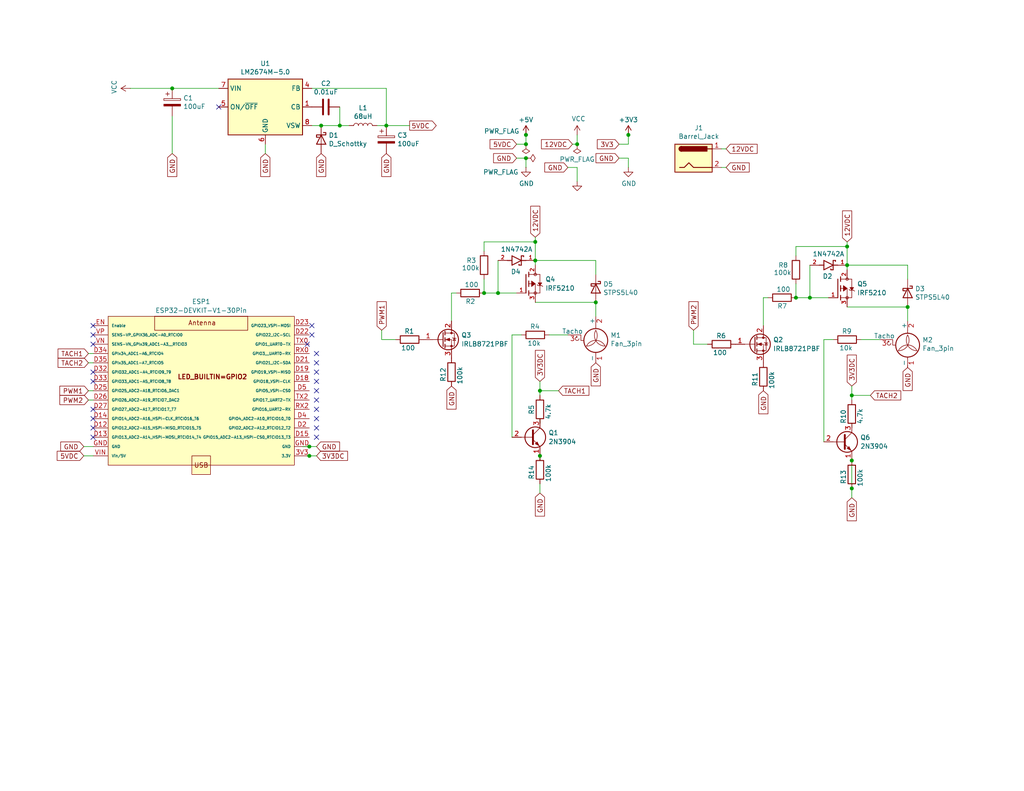
<source format=kicad_sch>
(kicad_sch (version 20250114) (generator "eeschema") (generator_version "9.0")
  (paper "USLetter")
  (lib_symbols
    (symbol "1N4742A:1N4742A" (pin_names (offset 1.016))
      (property "Reference" "D" (at -5.08 2.54 0))
      (property "Value" "1N4742A" (at -5.08 -3.81 0))
      (symbol "1N4742A_0_0"
        (polyline (pts (xy -2.54 0) (xy -1.27 0)) (stroke (width 0.254)))
        (polyline (pts (xy -1.27 1.27) (xy -1.27 0)) (stroke (width 0.254)))
        (polyline (pts (xy -1.27 0) (xy -1.27 -1.27)) (stroke (width 0.254)))
        (polyline (pts (xy -1.27 -1.27) (xy 1.27 0)) (stroke (width 0.254)))
        (polyline (pts (xy 0.635 -1.016) (xy 0.635 -1.27)) (stroke (width 0.254)))
        (polyline (pts (xy 1.27 1.27) (xy 1.27 0)) (stroke (width 0.254)))
        (polyline (pts (xy 1.27 0) (xy -1.27 1.27)) (stroke (width 0.254)))
        (polyline (pts (xy 1.27 0) (xy 1.27 -1.27)) (stroke (width 0.254)))
        (polyline (pts (xy 1.27 -1.27) (xy 0.635 -1.27)) (stroke (width 0.254)))
        (polyline (pts (xy 1.905 1.27) (xy 1.27 1.27)) (stroke (width 0.254)))
        (polyline (pts (xy 1.905 1.27) (xy 1.905 1.016)) (stroke (width 0.254)))
        (polyline (pts (xy 2.54 0) (xy 1.27 0)) (stroke (width 0.254)))
        (pin passive line (at -5.08 0 0) (length 2.54) (name "~") (number "2"))
        (pin passive line (at 5.08 0 180) (length 2.54) (name "~") (number "1"))
      )
    )
    (symbol "Connector:Barrel_Jack" (pin_names (offset 1.016))
      (property "Reference" "J" (at 0 5.334 0))
      (property "Value" "Barrel_Jack" (at 0 -5.08 0))
      (symbol "Barrel_Jack_0_1"
        (rectangle (start -5.08 3.81) (end 5.08 -3.81) (stroke (width 0.254)) (fill (type background)))
        (polyline (pts (xy -3.81 -2.54) (xy -2.54 -2.54) (xy -1.27 -1.27) (xy 0 -2.54) (xy 2.54 -2.54) (xy 5.08 -2.54)) (stroke (width 0.254)))
        (arc (start -3.302 1.905) (mid -3.9343 2.54) (end -3.302 3.175) (stroke (width 0.254)))
        (arc (start -3.302 1.905) (mid -3.9343 2.54) (end -3.302 3.175) (stroke (width 0.254)) (fill (type outline)))
        (rectangle (start 3.683 3.175) (end -3.302 1.905) (stroke (width 0.254)) (fill (type outline)))
        (polyline (pts (xy 5.08 2.54) (xy 3.81 2.54)) (stroke (width 0.254)))
      )
      (symbol "Barrel_Jack_1_1"
        (pin passive line (at 7.62 2.54 180) (length 2.54) (name "~") (number "1"))
        (pin passive line (at 7.62 -2.54 180) (length 2.54) (name "~") (number "2"))
      )
    )
    (symbol "Device:C" (pin_numbers (hide yes)) (pin_names (offset 0.254))
      (property "Reference" "C" (at 0.635 2.54 0))
      (property "Value" "C" (at 0.635 -2.54 0))
      (symbol "C_0_1"
        (polyline (pts (xy -2.032 0.762) (xy 2.032 0.762)) (stroke (width 0.508)))
        (polyline (pts (xy -2.032 -0.762) (xy 2.032 -0.762)) (stroke (width 0.508)))
      )
      (symbol "C_1_1"
        (pin passive line (at 0 3.81 270) (length 2.794) (name "~") (number "1"))
        (pin passive line (at 0 -3.81 90) (length 2.794) (name "~") (number "2"))
      )
    )
    (symbol "Device:CP" (pin_numbers (hide yes)) (pin_names (offset 0.254))
      (property "Reference" "C" (at 0.635 2.54 0))
      (property "Value" "Device_CP" (at 0.635 -2.54 0))
      (symbol "CP_0_1"
        (rectangle (start -2.286 0.508) (end 2.286 1.016))
        (polyline (pts (xy -1.778 2.286) (xy -0.762 2.286)))
        (polyline (pts (xy -1.27 2.794) (xy -1.27 1.778)))
        (rectangle (start 2.286 -0.508) (end -2.286 -1.016) (fill (type outline)))
      )
      (symbol "CP_1_1"
        (pin passive line (at 0 3.81 270) (length 2.794) (name "~") (number "1"))
        (pin passive line (at 0 -3.81 90) (length 2.794) (name "~") (number "2"))
      )
    )
    (symbol "Device:D_Schottky" (pin_numbers (hide yes)) (pin_names (offset 1.016) (hide yes))
      (property "Reference" "D" (at 0 2.54 0))
      (property "Value" "D_Schottky" (at 0 -2.54 0))
      (symbol "D_Schottky_0_1"
        (polyline (pts (xy -1.905 0.635) (xy -1.905 1.27) (xy -1.27 1.27) (xy -1.27 -1.27) (xy -0.635 -1.27) (xy -0.635 -0.635)) (stroke (width 0.254)))
        (polyline (pts (xy 1.27 1.27) (xy 1.27 -1.27) (xy -1.27 0) (xy 1.27 1.27)) (stroke (width 0.254)))
        (polyline (pts (xy 1.27 0) (xy -1.27 0)))
      )
      (symbol "D_Schottky_1_1"
        (pin passive line (at -3.81 0 0) (length 2.54) (name "K") (number "1"))
        (pin passive line (at 3.81 0 180) (length 2.54) (name "A") (number "2"))
      )
    )
    (symbol "Device:L" (pin_numbers (hide yes)) (pin_names (offset 1.016) (hide yes))
      (property "Reference" "L" (at -1.27 0 90))
      (property "Value" "L" (at 1.905 0 90))
      (symbol "L_0_1"
        (arc (start 0 2.54) (mid 0.6323 1.905) (end 0 1.27))
        (arc (start 0 1.27) (mid 0.6323 0.635) (end 0 0))
        (arc (start 0 0) (mid 0.6323 -0.635) (end 0 -1.27))
        (arc (start 0 -1.27) (mid 0.6323 -1.905) (end 0 -2.54))
      )
      (symbol "L_1_1"
        (pin passive line (at 0 3.81 270) (length 1.27) (name "1") (number "1"))
        (pin passive line (at 0 -3.81 90) (length 1.27) (name "2") (number "2"))
      )
    )
    (symbol "Device:R" (pin_numbers (hide yes)) (pin_names (offset 0))
      (property "Reference" "R" (at 2.032 0 90))
      (property "Value" "R" (at 0 0 90))
      (symbol "R_0_1"
        (rectangle (start -1.016 -2.54) (end 1.016 2.54) (stroke (width 0.254)))
      )
      (symbol "R_1_1"
        (pin passive line (at 0 3.81 270) (length 1.27) (name "~") (number "1"))
        (pin passive line (at 0 -3.81 90) (length 1.27) (name "~") (number "2"))
      )
    )
    (symbol "Motor:Fan_3pin" (pin_names (offset 0))
      (property "Reference" "M" (at 2.54 2.54 0))
      (property "Value" "Fan_3pin" (at 2.54 -5.08 0))
      (symbol "Fan_3pin_0_0"
        (polyline (pts (xy -5.08 -0.508) (xy -5.334 -0.381)))
        (polyline (pts (xy -5.08 -0.508) (xy -5.207 -0.762)))
        (arc (start -4.572 -1.016) (mid -5.08 -1.5218) (end -5.588 -1.016))
        (arc (start -5.588 -1.016) (mid -5.4392 -0.6568) (end -5.08 -0.508))
        (polyline (pts (xy -4.064 0) (xy -4.064 -1.524) (xy -3.302 -1.524)))
      )
      (symbol "Fan_3pin_0_1"
        (polyline (pts (xy -4.064 0) (xy -5.08 0)))
        (arc (start 0 1.27) (mid -0.0015 -1.6352) (end -2.54 -3.048))
        (polyline (pts (xy 0 2.032) (xy 0 2.54)))
        (polyline (pts (xy 0 1.7272) (xy 0 2.0828)))
        (circle (center 0 -1.524) (radius 3.2512) (stroke (width 0.254)))
        (arc (start -2.54 -3.048) (mid 0 -1.4782) (end 2.54 -3.048))
        (polyline (pts (xy 0 -4.7752) (xy 0 -5.1816)))
        (polyline (pts (xy 0 -7.62) (xy 0 -7.112)))
        (arc (start 2.54 -3.048) (mid 0.047 -1.6085) (end 0 1.27))
      )
      (symbol "Fan_3pin_1_1"
        (pin passive line (at -7.62 0 0) (length 2.54) (name "Tacho") (number "3"))
        (pin passive line (at 0 5.08 270) (length 2.54) (name "+") (number "2"))
        (pin passive line (at 0 -7.62 90) (length 2.54) (name "-") (number "1"))
      )
    )
    (symbol "Regulator_Switching:LM2674M-3.3"
      (property "Reference" "U" (at -10.16 8.89 0))
      (property "Value" "LM2674M-3.3" (at 0 8.89 0))
      (symbol "LM2674M-3.3_0_1"
        (rectangle (start -10.16 7.62) (end 10.16 -7.62) (stroke (width 0.254)) (fill (type background)))
      )
      (symbol "LM2674M-3.3_1_1"
        (pin power_in line (at -12.7 5.08 0) (length 2.54) (name "VIN") (number "7"))
        (pin input line (at -12.7 0 0) (length 2.54) (name "ON/~{OFF}") (number "5"))
        (pin no_connect line (at -10.16 -2.54 0) (length 2.54) (hide yes) (name "NC") (number "2"))
        (pin no_connect line (at -10.16 -5.08 0) (length 2.54) (hide yes) (name "NC") (number "3"))
        (pin power_in line (at 0 -10.16 90) (length 2.54) (name "GND") (number "6"))
        (pin input line (at 12.7 5.08 180) (length 2.54) (name "FB") (number "4"))
        (pin input line (at 12.7 0 180) (length 2.54) (name "CB") (number "1"))
        (pin output line (at 12.7 -5.08 180) (length 2.54) (name "VSW") (number "8"))
      )
    )
    (symbol "Transistor_BJT:2N3904" (pin_names (offset 0) (hide yes))
      (property "Reference" "Q" (at 5.08 1.905 0))
      (property "Value" "2N3904" (at 5.08 0 0))
      (symbol "2N3904_0_1"
        (polyline (pts (xy -2.54 0) (xy 0.635 0)))
        (polyline (pts (xy 0.635 1.905) (xy 0.635 -1.905)) (stroke (width 0.508)))
        (circle (center 1.27 0) (radius 2.8194) (stroke (width 0.254)))
      )
      (symbol "2N3904_1_1"
        (polyline (pts (xy 0.635 0.635) (xy 2.54 2.54)))
        (polyline (pts (xy 0.635 -0.635) (xy 2.54 -2.54)))
        (polyline (pts (xy 1.27 -1.778) (xy 1.778 -1.27) (xy 2.286 -2.286) (xy 1.27 -1.778)) (fill (type outline)))
        (pin input line (at -5.08 0 0) (length 2.54) (name "B") (number "2"))
        (pin passive line (at 2.54 5.08 270) (length 2.54) (name "C") (number "3"))
        (pin passive line (at 2.54 -5.08 90) (length 2.54) (name "E") (number "1"))
      )
    )
    (symbol "Transistor_FET:IRLB8721PBF" (pin_names (hide yes))
      (property "Reference" "Q" (at 5.08 1.905 0))
      (property "Value" "IRLB8721PBF" (at 5.08 0 0))
      (symbol "IRLB8721PBF_0_1"
        (polyline (pts (xy 0.254 1.905) (xy 0.254 -1.905)) (stroke (width 0.254)))
        (polyline (pts (xy 0.254 0) (xy -2.54 0)))
        (polyline (pts (xy 0.762 2.286) (xy 0.762 1.27)) (stroke (width 0.254)))
        (polyline (pts (xy 0.762 0.508) (xy 0.762 -0.508)) (stroke (width 0.254)))
        (polyline (pts (xy 0.762 -1.27) (xy 0.762 -2.286)) (stroke (width 0.254)))
        (polyline (pts (xy 0.762 -1.778) (xy 3.302 -1.778) (xy 3.302 1.778) (xy 0.762 1.778)))
        (polyline (pts (xy 1.016 0) (xy 2.032 0.381) (xy 2.032 -0.381) (xy 1.016 0)) (fill (type outline)))
        (circle (center 1.651 0) (radius 2.794) (stroke (width 0.254)))
        (polyline (pts (xy 2.54 2.54) (xy 2.54 1.778)))
        (circle (center 2.54 1.778) (radius 0.254) (fill (type outline)))
        (circle (center 2.54 -1.778) (radius 0.254) (fill (type outline)))
        (polyline (pts (xy 2.54 -2.54) (xy 2.54 0) (xy 0.762 0)))
        (polyline (pts (xy 2.794 0.508) (xy 2.921 0.381) (xy 3.683 0.381) (xy 3.81 0.254)))
        (polyline (pts (xy 3.302 0.381) (xy 2.921 -0.254) (xy 3.683 -0.254) (xy 3.302 0.381)))
      )
      (symbol "IRLB8721PBF_1_1"
        (pin input line (at -5.08 0 0) (length 2.54) (name "G") (number "1"))
        (pin passive line (at 2.54 5.08 270) (length 2.54) (name "D") (number "2"))
        (pin passive line (at 2.54 -5.08 90) (length 2.54) (name "S") (number "3"))
      )
    )
    (symbol "esp32-devkit-v1-30pin:ESP32-DEVKIT-V1-30Pin" (pin_names (offset 1.016))
      (property "Reference" "ESP32" (at -1 21.59 0))
      (property "Value" "ESP32-DEVKIT-V1-30Pin" (at 0.27 24.13 0))
      (symbol "ESP32-DEVKIT-V1-30Pin_0_1"
        (rectangle (start -12.7 20.32) (end 12.7 16.51))
      )
      (symbol "ESP32-DEVKIT-V1-30Pin_1_1"
        (rectangle (start -25.4 20.32) (end 25.4 -20.32) (fill (type background)))
        (rectangle (start -2.54 -17.78) (end 2.54 -22.86) (fill (type background)))
        (text "USB" (at 0 -20.32 0) (effects (font (size 1.27 1.27))))
        (text "Antenna" (at 0.254 18.542 0) (effects (font (size 1.27 1.27))))
        (text "LED_BUILTIN=GPIO2" (at 3.048 3.81 0) (effects (font (size 1.27 1.27) (bold yes))))
        (pin input line (at -29.5 17.78 0) (length 4) (name "Enable") (number "EN"))
        (pin input line (at -29.5 15.24 0) (length 4) (name "SENS-VP_GPIX36_ADC-A0_RTCIO0") (number "VP"))
        (pin input line (at -29.5 12.7 0) (length 4) (name "SENS-VN_GPIx39_ADC1-A3__RTCIO3") (number "VN"))
        (pin input line (at -29.5 10.16 0) (length 4) (name "GPIx34_ADC1-A6_RTCIO4") (number "D34"))
        (pin input line (at -29.5 7.62 0) (length 4) (name "GPIx35_ADC1-A7_RTCIO5") (number "D35"))
        (pin bidirectional line (at -29.5 5.08 0) (length 4) (name "GPIO32_ADC1-A4_RTCIO9_T9") (number "D32"))
        (pin bidirectional line (at -29.5 2.54 0) (length 4) (name "GPIO33_ADC1-A5_RTCIO8_T8") (number "D33"))
        (pin bidirectional line (at -29.5 0 0) (length 4) (name "GPIO25_ADC2-A18_RTCIO6_DAC1") (number "D25"))
        (pin bidirectional line (at -29.5 -2.54 0) (length 4) (name "GPIO26_ADC2-A19_RTCIO7_DAC2") (number "D26"))
        (pin bidirectional line (at -29.5 -5.08 0) (length 4) (name "GPIO27_ADC2-A17_RTCIO17_T7") (number "D27"))
        (pin bidirectional line (at -29.5 -7.62 0) (length 4) (name "GPIO14_ADC2-A16_HSPI-CLK_RTCIO16_T6") (number "D14"))
        (pin bidirectional line (at -29.5 -10.16 0) (length 4) (name "GPIO12_ADC2-A15_HSPI-MISO_RTCIO15_T5") (number "D12"))
        (pin bidirectional line (at -29.5 -12.7 0) (length 4) (name "GPIO13_ADC2-A14_HSPI-MOSI_RTCIO14_T4") (number "D13"))
        (pin power_in line (at -29.5 -15.24 0) (length 4) (name "GND") (number "GND"))
        (pin power_in line (at -29.5 -17.78 0) (length 4) (name "Vin/5V") (number "VIN"))
        (pin bidirectional line (at 29.5 17.78 180) (length 4) (name "GPIO23_VSPI-MOSI") (number "D23"))
        (pin bidirectional line (at 29.5 15.24 180) (length 4) (name "GPIO22_I2C-SCL") (number "D22"))
        (pin output line (at 29.5 12.7 180) (length 4) (name "GPIO1_UART0-TX") (number "TX0"))
        (pin input line (at 29.5 10.16 180) (length 4) (name "GPIO3__UART0-RX") (number "RX0"))
        (pin bidirectional line (at 29.5 7.62 180) (length 4) (name "GPIO21_I2C-SDA") (number "D21"))
        (pin bidirectional line (at 29.5 5.08 180) (length 4) (name "GPIO19_VSPI-MISO") (number "D19"))
        (pin bidirectional line (at 29.5 2.54 180) (length 4) (name "GPIO18_VSPI-CLK") (number "D18"))
        (pin bidirectional line (at 29.5 0 180) (length 4) (name "GPIO5_VSPI-CS0") (number "D5"))
        (pin output line (at 29.5 -2.54 180) (length 4) (name "GPIO17_UART2-TX") (number "TX2"))
        (pin input line (at 29.5 -5.08 180) (length 4) (name "GPIO16_UART2-RX") (number "RX2"))
        (pin bidirectional line (at 29.5 -7.62 180) (length 4) (name "GPIO4_ADC2-A10_RTCIO10_T0") (number "D4"))
        (pin bidirectional line (at 29.5 -10.16 180) (length 4) (name "GPIO2_ADC2-A12_RTCIO12_T2") (number "D2"))
        (pin bidirectional line (at 29.5 -12.7 180) (length 4) (name "GPIO15_ADC2-A13_HSPI-CS0_RTCIO13_T3") (number "D15"))
        (pin power_out line (at 29.5 -15.24 180) (length 4) (name "GND") (number "GND"))
        (pin power_out line (at 29.5 -17.78 180) (length 4) (name "3.3V") (number "3V3"))
      )
    )
    (symbol "irf5210:IRF5210" (pin_names (offset 1.016))
      (property "Reference" "Q" (at -8.89 3.81 0))
      (property "Value" "IRF5210" (at -8.89 -6.35 0))
      (symbol "IRF5210_0_0"
        (polyline (pts (xy 0 -2.54) (xy 0 2.54)) (stroke (width 0.254)))
        (polyline (pts (xy 0.762 2.54) (xy 0.762 3.175)) (stroke (width 0.254)))
        (polyline (pts (xy 0.762 1.905) (xy 0.762 2.54)) (stroke (width 0.254)))
        (polyline (pts (xy 0.762 0) (xy 0.762 0.762)) (stroke (width 0.254)))
        (polyline (pts (xy 0.762 0) (xy 2.54 0)) (stroke (width 0.1524)))
        (polyline (pts (xy 0.762 -0.762) (xy 0.762 0)) (stroke (width 0.254)))
        (polyline (pts (xy 0.762 -2.54) (xy 0.762 -1.905)) (stroke (width 0.254)))
        (polyline (pts (xy 0.762 -2.54) (xy 2.54 -2.54)) (stroke (width 0.1524)))
        (polyline (pts (xy 0.762 -3.175) (xy 0.762 -2.54)) (stroke (width 0.254)))
        (polyline (pts (xy 2.54 2.54) (xy 0.762 2.54)) (stroke (width 0.1524)))
        (polyline (pts (xy 2.54 2.54) (xy 3.81 2.54)) (stroke (width 0.1524)))
        (circle (center 2.54 2.54) (radius 0.3592))
        (polyline (pts (xy 2.54 0) (xy 1.524 0.762) (xy 1.524 -0.762) (xy 2.54 0)) (stroke (width 0.1524)) (fill (type outline)))
        (polyline (pts (xy 2.54 -2.54) (xy 2.54 0)) (stroke (width 0.1524)))
        (polyline (pts (xy 2.54 -2.54) (xy 3.81 -2.54)) (stroke (width 0.1524)))
        (circle (center 2.54 -2.54) (radius 0.3592))
        (polyline (pts (xy 3.302 -0.508) (xy 3.048 -0.254)) (stroke (width 0.1524)))
        (polyline (pts (xy 3.81 2.54) (xy 3.81 -0.508)) (stroke (width 0.1524)))
        (polyline (pts (xy 3.81 -0.508) (xy 3.302 -0.508)) (stroke (width 0.1524)))
        (polyline (pts (xy 3.81 -0.508) (xy 3.81 -2.54)) (stroke (width 0.1524)))
        (polyline (pts (xy 3.81 -0.508) (xy 3.302 0.254) (xy 4.318 0.254) (xy 3.81 -0.508)) (stroke (width 0.1524)) (fill (type outline)))
        (polyline (pts (xy 4.318 -0.508) (xy 3.81 -0.508)) (stroke (width 0.1524)))
        (polyline (pts (xy 4.572 -0.762) (xy 4.318 -0.508)) (stroke (width 0.1524)))
        (pin passive line (at -2.54 -2.54 0) (length 2.54) (name "~") (number "1"))
        (pin passive line (at 2.54 5.08 270) (length 2.54) (name "~") (number "2"))
        (pin passive line (at 2.54 -5.08 90) (length 2.54) (name "~") (number "3"))
      )
    )
    (symbol "power:+3.3V" (power) (pin_numbers (hide yes)) (pin_names (offset 0) (hide yes))
      (property "Value" "+3.3V" (at 0 3.556 0))
      (symbol "+3.3V_0_1"
        (polyline (pts (xy -0.762 1.27) (xy 0 2.54)))
        (polyline (pts (xy 0 2.54) (xy 0.762 1.27)))
        (polyline (pts (xy 0 0) (xy 0 2.54)))
      )
      (symbol "+3.3V_1_1"
        (pin power_in line (at 0 0 90) (length 0) (name "~") (number "1"))
      )
    )
    (symbol "power:+5V" (power) (pin_numbers (hide yes)) (pin_names (offset 0) (hide yes))
      (property "Value" "+5V" (at 0 3.556 0))
      (symbol "+5V_0_1"
        (polyline (pts (xy -0.762 1.27) (xy 0 2.54)))
        (polyline (pts (xy 0 2.54) (xy 0.762 1.27)))
        (polyline (pts (xy 0 0) (xy 0 2.54)))
      )
      (symbol "+5V_1_1"
        (pin power_in line (at 0 0 90) (length 0) (name "~") (number "1"))
      )
    )
    (symbol "power:GND" (power) (pin_numbers (hide yes)) (pin_names (offset 0) (hide yes))
      (property "Value" "GND" (at 0 -3.81 0))
      (symbol "GND_0_1"
        (polyline (pts (xy 0 0) (xy 0 -1.27) (xy 1.27 -1.27) (xy 0 -2.54) (xy -1.27 -1.27) (xy 0 -1.27)))
      )
      (symbol "GND_1_1"
        (pin power_in line (at 0 0 270) (length 0) (name "~") (number "1"))
      )
    )
    (symbol "power:PWR_FLAG" (power) (pin_numbers (hide yes)) (pin_names (offset 0) (hide yes))
      (property "Value" "PWR_FLAG" (at 0 3.81 0))
      (symbol "PWR_FLAG_0_0"
        (pin power_out line (at 0 0 90) (length 0) (name "~") (number "1"))
      )
      (symbol "PWR_FLAG_0_1"
        (polyline (pts (xy 0 0) (xy 0 1.27) (xy -1.016 1.905) (xy 0 2.54) (xy 1.016 1.905) (xy 0 1.27)))
      )
    )
    (symbol "power:VCC" (power) (pin_numbers (hide yes)) (pin_names (offset 0) (hide yes))
      (property "Value" "VCC" (at 0 3.556 0))
      (symbol "VCC_0_1"
        (polyline (pts (xy -0.762 1.27) (xy 0 2.54)))
        (polyline (pts (xy 0 2.54) (xy 0.762 1.27)))
        (polyline (pts (xy 0 0) (xy 0 2.54)))
      )
      (symbol "VCC_1_1"
        (pin power_in line (at 0 0 90) (length 0) (name "~") (number "1"))
      )
    )
  )
  (junction (at 146.05 66.04))
  (junction (at 232.41 107.95))
  (junction (at 105.41 34.29))
  (junction (at 247.65 83.82))
  (junction (at 143.51 39.37))
  (junction (at 46.99 24.13))
  (junction (at 232.41 133.35))
  (junction (at 217.17 81.28))
  (junction (at 135.89 80.01))
  (junction (at 92.71 34.29))
  (junction (at 132.08 80.01))
  (junction (at 157.48 39.37))
  (junction (at 87.63 34.29))
  (junction (at 231.14 67.31))
  (junction (at 232.41 125.73))
  (junction (at 84.4 121.92))
  (junction (at 143.51 36.83))
  (junction (at 143.51 43.18))
  (junction (at 171.45 36.83))
  (junction (at 162.56 82.55))
  (junction (at 147.32 124.46))
  (junction (at 147.32 106.68))
  (junction (at 84.4 124.46))
  (junction (at 231.14 72.39))
  (junction (at 146.05 71.12))
  (junction (at 220.98 81.28))
  (no_connect (at 86.36 116.84))
  (no_connect (at 25.4 116.84))
  (no_connect (at 25.4 88.9))
  (no_connect (at 86.36 109.22))
  (no_connect (at 86.36 114.3))
  (no_connect (at 25.4 111.76))
  (no_connect (at 85.09 88.9))
  (no_connect (at 86.36 104.14))
  (no_connect (at 25.4 104.14))
  (no_connect (at 86.36 96.52))
  (no_connect (at 86.36 101.6))
  (no_connect (at 25.4 114.3))
  (no_connect (at 86.36 99.06))
  (no_connect (at 86.36 111.76))
  (no_connect (at 25.4 101.6))
  (no_connect (at 86.36 119.38))
  (no_connect (at 25.4 93.98))
  (no_connect (at 25.4 91.44))
  (no_connect (at 83.82 93.98))
  (no_connect (at 25.4 119.38))
  (no_connect (at 86.36 106.68))
  (no_connect (at 85.09 91.44))
  (no_connect (at 59.69 29.21))
  (wire (pts (xy 35.56 24.13) (xy 46.99 24.13)))
  (wire (pts (xy 132.08 76.2) (xy 132.08 80.01)))
  (wire (pts (xy 146.05 71.12) (xy 162.56 71.12)))
  (wire (pts (xy 102.87 34.29) (xy 105.41 34.29)))
  (wire (pts (xy 92.71 34.29) (xy 92.71 29.21)))
  (wire (pts (xy 72.39 39.37) (xy 72.39 41.91)))
  (wire (pts (xy 123.19 80.01) (xy 124.46 80.01)))
  (wire (pts (xy 232.41 109.22) (xy 232.41 107.95)))
  (wire (pts (xy 85.09 24.13) (xy 105.41 24.13)))
  (wire (pts (xy 135.89 80.01) (xy 132.08 80.01)))
  (wire (pts (xy 146.05 82.55) (xy 162.56 82.55)))
  (wire (pts (xy 232.41 116.84) (xy 232.41 115.57)))
  (wire (pts (xy 22.86 124.46) (xy 25.4 124.46)))
  (wire (pts (xy 142.24 91.44) (xy 139.7 91.44)))
  (wire (pts (xy 46.99 24.13) (xy 59.69 24.13)))
  (wire (pts (xy 147.32 115.57) (xy 147.32 114.3)))
  (wire (pts (xy 231.14 72.39) (xy 231.14 73.66)))
  (wire (pts (xy 143.51 43.18) (xy 143.51 45.72)))
  (wire (pts (xy 232.41 107.95) (xy 232.41 105.41)))
  (wire (pts (xy 46.99 31.75) (xy 46.99 41.91)))
  (wire (pts (xy 146.05 64.77) (xy 146.05 66.04)))
  (wire (pts (xy 168.91 43.18) (xy 171.45 43.18)))
  (wire (pts (xy 87.63 34.29) (xy 92.71 34.29)))
  (wire (pts (xy 171.45 39.37) (xy 171.45 36.83)))
  (wire (pts (xy 232.41 125.73) (xy 232.41 133.35)))
  (wire (pts (xy 140.97 43.18) (xy 143.51 43.18)))
  (wire (pts (xy 147.32 132.08) (xy 147.32 134.62)))
  (wire (pts (xy 157.48 45.72) (xy 157.48 49.53)))
  (wire (pts (xy 143.51 39.37) (xy 143.51 36.83)))
  (wire (pts (xy 83.82 124.46) (xy 84.4 124.46)))
  (wire (pts (xy 162.56 74.93) (xy 162.56 71.12)))
  (wire (pts (xy 217.17 67.31) (xy 217.17 69.85)))
  (wire (pts (xy 24.13 109.22) (xy 25.4 109.22)))
  (wire (pts (xy 234.95 92.71) (xy 240.03 92.71)))
  (wire (pts (xy 85.09 34.29) (xy 87.63 34.29)))
  (wire (pts (xy 140.97 39.37) (xy 143.51 39.37)))
  (wire (pts (xy 156.21 39.37) (xy 157.48 39.37)))
  (wire (pts (xy 189.23 93.98) (xy 193.04 93.98)))
  (wire (pts (xy 24.13 99.06) (xy 25.4 99.06)))
  (wire (pts (xy 217.17 77.47) (xy 217.17 81.28)))
  (wire (pts (xy 105.41 34.29) (xy 111.76 34.29)))
  (wire (pts (xy 82.55 121.92) (xy 84.4 121.92)))
  (wire (pts (xy 227.33 92.71) (xy 224.79 92.71)))
  (wire (pts (xy 95.25 34.29) (xy 92.71 34.29)))
  (wire (pts (xy 147.32 107.95) (xy 147.32 106.68)))
  (wire (pts (xy 147.32 106.68) (xy 147.32 104.14)))
  (wire (pts (xy 147.32 106.68) (xy 152.4 106.68)))
  (wire (pts (xy 247.65 83.82) (xy 247.65 87.63)))
  (wire (pts (xy 84.4 121.92) (xy 86.36 121.92)))
  (wire (pts (xy 157.48 39.37) (xy 157.48 36.83)))
  (wire (pts (xy 24.13 106.68) (xy 25.4 106.68)))
  (wire (pts (xy 146.05 66.04) (xy 146.05 71.12)))
  (wire (pts (xy 168.91 39.37) (xy 171.45 39.37)))
  (wire (pts (xy 132.08 66.04) (xy 146.05 66.04)))
  (wire (pts (xy 224.79 92.71) (xy 224.79 120.65)))
  (wire (pts (xy 24.13 96.52) (xy 25.4 96.52)))
  (wire (pts (xy 231.14 72.39) (xy 247.65 72.39)))
  (wire (pts (xy 226.06 81.28) (xy 220.98 81.28)))
  (wire (pts (xy 247.65 76.2) (xy 247.65 72.39)))
  (wire (pts (xy 105.41 24.13) (xy 105.41 34.29)))
  (wire (pts (xy 147.32 125.73) (xy 147.32 124.46)))
  (wire (pts (xy 231.14 67.31) (xy 231.14 72.39)))
  (wire (pts (xy 84.4 124.46) (xy 86.36 124.46)))
  (wire (pts (xy 146.05 71.12) (xy 146.05 72.39)))
  (wire (pts (xy 132.08 66.04) (xy 132.08 68.58)))
  (wire (pts (xy 104.14 90.17) (xy 104.14 92.71)))
  (wire (pts (xy 135.89 71.12) (xy 135.89 80.01)))
  (wire (pts (xy 208.28 81.28) (xy 209.55 81.28)))
  (wire (pts (xy 171.45 43.18) (xy 171.45 45.72)))
  (wire (pts (xy 104.14 92.71) (xy 107.95 92.71)))
  (wire (pts (xy 220.98 72.39) (xy 220.98 81.28)))
  (wire (pts (xy 189.23 90.17) (xy 189.23 93.98)))
  (wire (pts (xy 196.85 40.64) (xy 198.12 40.64)))
  (wire (pts (xy 208.28 88.9) (xy 208.28 81.28)))
  (wire (pts (xy 154.94 45.72) (xy 157.48 45.72)))
  (wire (pts (xy 217.17 67.31) (xy 231.14 67.31)))
  (wire (pts (xy 232.41 133.35) (xy 232.41 135.89)))
  (wire (pts (xy 231.14 66.04) (xy 231.14 67.31)))
  (wire (pts (xy 140.97 80.01) (xy 135.89 80.01)))
  (wire (pts (xy 149.86 91.44) (xy 154.94 91.44)))
  (wire (pts (xy 232.41 107.95) (xy 237.49 107.95)))
  (wire (pts (xy 123.19 87.63) (xy 123.19 80.01)))
  (wire (pts (xy 162.56 82.55) (xy 162.56 86.36)))
  (wire (pts (xy 198.12 45.72) (xy 196.85 45.72)))
  (wire (pts (xy 220.98 81.28) (xy 217.17 81.28)))
  (wire (pts (xy 22.86 121.92) (xy 25.4 121.92)))
  (wire (pts (xy 139.7 91.44) (xy 139.7 119.38)))
  (wire (pts (xy 231.14 83.82) (xy 247.65 83.82)))
  (global_label "GND" (shape input) (at 140.97 43.18 180) (property "Intersheetrefs" "${INTERSHEET_REFS}" (effects (hide yes))))
  (global_label "GND" (shape input) (at 105.41 41.91 270) (property "Intersheetrefs" "${INTERSHEET_REFS}" (effects (hide yes))))
  (global_label "12VDC" (shape input) (at 156.21 39.37 180) (property "Intersheetrefs" "${INTERSHEET_REFS}" (effects (hide yes))))
  (global_label "TACH1" (shape input) (at 24.13 96.52 180) (property "Intersheetrefs" "${INTERSHEET_REFS}" (effects (hide yes))))
  (global_label "GND" (shape input) (at 72.39 41.91 270) (property "Intersheetrefs" "${INTERSHEET_REFS}" (effects (hide yes))))
  (global_label "12VDC" (shape input) (at 198.12 40.64 0) (property "Intersheetrefs" "${INTERSHEET_REFS}" (effects (hide yes))))
  (global_label "PWM2" (shape input) (at 189.23 90.17 90) (property "Intersheetrefs" "${INTERSHEET_REFS}" (effects (hide yes))))
  (global_label "3V3DC" (shape input) (at 232.41 105.41 90) (property "Intersheetrefs" "${INTERSHEET_REFS}" (effects (hide yes))))
  (global_label "5VDC" (shape input) (at 22.86 124.46 180) (property "Intersheetrefs" "${INTERSHEET_REFS}" (effects (hide yes))))
  (global_label "PWM1" (shape input) (at 24.13 106.68 180) (property "Intersheetrefs" "${INTERSHEET_REFS}" (effects (hide yes))))
  (global_label "GND" (shape input) (at 154.94 45.72 180) (property "Intersheetrefs" "${INTERSHEET_REFS}" (effects (hide yes))))
  (global_label "3V3DC" (shape input) (at 86.36 124.46 0) (property "Intersheetrefs" "${INTERSHEET_REFS}" (effects (hide yes))))
  (global_label "TACH2" (shape input) (at 24.13 99.06 180) (property "Intersheetrefs" "${INTERSHEET_REFS}" (effects (hide yes))))
  (global_label "TACH2" (shape input) (at 237.49 107.95 0) (property "Intersheetrefs" "${INTERSHEET_REFS}" (effects (hide yes))))
  (global_label "GND" (shape input) (at 208.28 106.68 270) (property "Intersheetrefs" "${INTERSHEET_REFS}" (effects (hide yes))))
  (global_label "GND" (shape input) (at 46.99 41.91 270) (property "Intersheetrefs" "${INTERSHEET_REFS}" (effects (hide yes))))
  (global_label "GND" (shape input) (at 86.36 121.92 0) (property "Intersheetrefs" "${INTERSHEET_REFS}" (effects (hide yes))))
  (global_label "TACH1" (shape input) (at 152.4 106.68 0) (property "Intersheetrefs" "${INTERSHEET_REFS}" (effects (hide yes))))
  (global_label "GND" (shape input) (at 87.63 41.91 270) (property "Intersheetrefs" "${INTERSHEET_REFS}" (effects (hide yes))))
  (global_label "12VDC" (shape input) (at 231.14 66.04 90) (property "Intersheetrefs" "${INTERSHEET_REFS}" (effects (hide yes))))
  (global_label "3V3DC" (shape input) (at 147.32 104.14 90) (property "Intersheetrefs" "${INTERSHEET_REFS}" (effects (hide yes))))
  (global_label "PWM2" (shape input) (at 24.13 109.22 180) (property "Intersheetrefs" "${INTERSHEET_REFS}" (effects (hide yes))))
  (global_label "GND" (shape input) (at 162.56 99.06 270) (property "Intersheetrefs" "${INTERSHEET_REFS}" (effects (hide yes))))
  (global_label "GND" (shape input) (at 22.86 121.92 180) (property "Intersheetrefs" "${INTERSHEET_REFS}" (effects (hide yes))))
  (global_label "GND" (shape input) (at 232.41 135.89 270) (property "Intersheetrefs" "${INTERSHEET_REFS}" (effects (hide yes))))
  (global_label "GND" (shape input) (at 198.12 45.72 0) (property "Intersheetrefs" "${INTERSHEET_REFS}" (effects (hide yes))))
  (global_label "5VDC" (shape output) (at 111.76 34.29 0) (property "Intersheetrefs" "${INTERSHEET_REFS}" (effects (hide yes))))
  (global_label "5VDC" (shape input) (at 140.97 39.37 180) (property "Intersheetrefs" "${INTERSHEET_REFS}" (effects (hide yes))))
  (global_label "PWM1" (shape input) (at 104.14 90.17 90) (property "Intersheetrefs" "${INTERSHEET_REFS}" (effects (hide yes))))
  (global_label "GND" (shape input) (at 147.32 134.62 270) (property "Intersheetrefs" "${INTERSHEET_REFS}" (effects (hide yes))))
  (global_label "GND" (shape input) (at 168.91 43.18 180) (property "Intersheetrefs" "${INTERSHEET_REFS}" (effects (hide yes))))
  (global_label "GND" (shape input) (at 123.19 105.41 270) (property "Intersheetrefs" "${INTERSHEET_REFS}" (effects (hide yes))))
  (global_label "3V3" (shape input) (at 168.91 39.37 180) (property "Intersheetrefs" "${INTERSHEET_REFS}" (effects (hide yes))))
  (global_label "GND" (shape input) (at 247.65 100.33 270) (property "Intersheetrefs" "${INTERSHEET_REFS}" (effects (hide yes))))
  (global_label "12VDC" (shape input) (at 146.05 64.77 90) (property "Intersheetrefs" "${INTERSHEET_REFS}" (effects (hide yes))))
  (symbol (lib_id "power:GND") (at 157.48 49.53 0) (unit 1)
    (property "Reference" "#PWR05" (effects (hide yes)))
    (property "Value" "GND" (effects (hide yes)))
  )
  (symbol (lib_id "power:VCC") (at 157.48 36.83 0) (unit 1)
    (property "Reference" "#PWR03" (effects (hide yes)))
    (property "Value" "VCC" (at 157.861 32.4358 0))
  )
  (symbol (lib_id "Motor:Fan_3pin") (at 162.56 91.44 0) (unit 1)
    (property "Reference" "M1" (at 166.5732 91.5416 0) (effects (justify left)))
    (property "Value" "Fan_3pin" (at 166.5732 93.853 0) (effects (justify left)))
    (property "Footprint" "Connector_Molex:Molex_KK-254_AE-6410-03A_1x03_P2.54mm_Vertical" (effects (hide yes)))
    (property "Datasheet" "http://www.hardwarecanucks.com/forum/attachments/new-builds/16287d1330775095-help-chassis-power-fan-connectors-motherboard-asus_p8z68.jpg" (effects (hide yes)))
  )
  (symbol (lib_id "power:GND") (at 143.51 45.72 0) (unit 1)
    (property "Reference" "#PWR04" (effects (hide yes)))
    (property "Value" "GND" (at 143.637 50.1142 0))
  )
  (symbol (lib_id "power:+3.3V") (at 143.51 36.83 0) (unit 1)
    (property "Reference" "#PWR02" (effects (hide yes)))
    (property "Value" "+3.3V" (effects (hide yes)))
  )
  (symbol (lib_id "Connector:Barrel_Jack") (at 189.23 43.18 0) (unit 1)
    (property "Reference" "J1" (at 190.6778 34.925 0))
    (property "Value" "Barrel_Jack" (at 190.6778 37.2364 0))
    (property "Footprint" "Connector_BarrelJack:BarrelJack_CUI_PJ-063AH_Horizontal_CircularHoles" (effects (hide yes)))
  )
  (symbol (lib_id "Regulator_Switching:LM2674M-3.3") (at 72.39 29.21 0) (unit 1)
    (property "Reference" "U1" (at 72.39 17.3482 0))
    (property "Value" "LM2674M-5.0" (at 72.39 19.6596 0))
    (property "Footprint" "Package_DIP:DIP-8_W7.62mm_Socket" (effects (hide yes)))
    (property "Datasheet" "http://www.ti.com/lit/ds/symlink/lm2674.pdf" (effects (hide yes)))
  )
  (symbol (lib_id "Device:CP") (at 46.99 27.94 0) (unit 1)
    (property "Reference" "C1" (at 49.9872 26.7716 0) (effects (justify left)))
    (property "Value" "100uF" (at 49.9872 29.083 0) (effects (justify left)))
    (property "Footprint" "Capacitor_THT:CP_Radial_D5.0mm_P2.00mm" (effects (hide yes)))
  )
  (symbol (lib_id "Device:C") (at 88.9 29.21 270) (unit 1)
    (property "Reference" "C2" (at 88.9 22.8092 90))
    (property "Value" "0.01uF" (at 88.9 25.1206 90))
    (property "Footprint" "Capacitor_THT:C_Disc_D7.5mm_W5.0mm_P5.00mm" (effects (hide yes)))
  )
  (symbol (lib_id "Device:L") (at 99.06 34.29 90) (unit 1)
    (property "Reference" "L1" (at 99.06 29.464 90))
    (property "Value" "68uH" (at 99.06 31.7754 90))
    (property "Footprint" "Inductor_THT:L_Axial_L14.0mm_D4.5mm_P5.08mm_Vertical_Fastron_LACC" (effects (hide yes)))
  )
  (symbol (lib_id "Device:CP") (at 105.41 38.1 0) (unit 1)
    (property "Reference" "C3" (at 108.4072 36.9316 0) (effects (justify left)))
    (property "Value" "100uF" (at 108.4072 39.243 0) (effects (justify left)))
    (property "Footprint" "Capacitor_THT:CP_Radial_D5.0mm_P2.00mm" (effects (hide yes)))
  )
  (symbol (lib_id "power:VCC") (at 35.56 24.13 90) (unit 1)
    (property "Reference" "#PWR01" (effects (hide yes)))
    (property "Value" "VCC" (at 31.1658 23.749 0))
  )
  (symbol (lib_id "Device:D_Schottky") (at 87.63 38.1 270) (unit 1)
    (property "Reference" "D1" (at 89.662 36.9316 90) (effects (justify left)))
    (property "Value" "D_Schottky" (at 89.662 39.243 90) (effects (justify left)))
    (property "Footprint" "Diode_THT:D_A-405_P7.62mm_Horizontal" (effects (hide yes)))
  )
  (symbol (lib_id "Device:R") (at 147.32 111.76 0) (unit 1)
    (property "Reference" "R5" (at 145.034 110.49 90) (effects (justify right)))
    (property "Value" "4.7k" (at 149.606 110.236 90) (effects (justify right)))
    (property "Footprint" "Resistor_THT:R_Axial_DIN0207_L6.3mm_D2.5mm_P7.62mm_Horizontal" (effects (hide yes)))
  )
  (symbol (lib_id "power:PWR_FLAG") (at 143.51 43.18 270) (unit 1)
    (property "Reference" "#FLG01" (effects (hide yes)))
    (property "Value" "PWR_FLAG" (at 136.652 46.99 90))
    (property "Description" "Special symbol for telling ERC where power comes from" (effects (hide yes)))
  )
  (symbol (lib_id "1N4742A:1N4742A") (at 140.97 71.12 0) (unit 1)
    (property "Reference" "D4" (at 140.716 74.168 0))
    (property "Value" "1N4742A" (at 140.97 68.072 0))
    (property "Footprint" "1N4742A:DIOAD1036W78L463D272" (effects (hide yes)))
    (property "MF" "ON" (effects (hide yes)))
    (property "MAXIMUM_PACKAGE_HEIGHT" "2.72mm" (effects (hide yes)))
    (property "Package" "DO-41 ON Semiconductor" (effects (hide yes)))
    (property "Price" "None" (effects (hide yes)))
    (property "Check_prices" "https://www.snapeda.com/parts/1N4742A/Onsemi/view-part/?ref=eda" (effects (hide yes)))
    (property "STANDARD" "IPC 7351B" (effects (hide yes)))
    (property "PARTREV" "10" (effects (hide yes)))
    (property "SnapEDA_Link" "https://www.snapeda.com/parts/1N4742A/Onsemi/view-part/?ref=snap" (effects (hide yes)))
    (property "MP" "1N4742A" (effects (hide yes)))
    (property "Description_1" "Zener Diode 12 V 1 W ±5% Through Hole DO-204AL (DO-41)" (effects (hide yes)))
    (property "Availability" "In Stock" (effects (hide yes)))
    (property "MANUFACTURER" "onsemi" (effects (hide yes)))
  )
  (symbol (lib_id "power:+5V") (at 171.45 36.83 0) (unit 1)
    (property "Reference" "#PWR022" (effects (hide yes)))
    (property "Value" "+3V3" (at 171.45 32.6969 0))
    (property "Description" "Power symbol creates a global label with name \"+5V\"" (effects (hide yes)))
  )
  (symbol (lib_id "Device:R") (at 232.41 129.54 0) (unit 1)
    (property "Reference" "R13" (at 230.124 128.27 90) (effects (justify right)))
    (property "Value" "100k" (at 234.696 128.016 90) (effects (justify right)))
    (property "Footprint" "Resistor_THT:R_Axial_DIN0207_L6.3mm_D2.5mm_P7.62mm_Horizontal" (effects (hide yes)))
  )
  (symbol (lib_id "Transistor_BJT:2N3904") (at 229.87 120.65 0) (unit 1)
    (property "Reference" "Q6" (at 234.7214 119.4378 0) (effects (justify left)))
    (property "Value" "2N3904" (at 234.7214 121.8621 0) (effects (justify left)))
    (property "Footprint" "Package_TO_SOT_THT:TO-92_Inline" (effects (hide yes)))
    (property "Datasheet" "https://www.onsemi.com/pub/Collateral/2N3903-D.PDF" (effects (hide yes)))
    (property "Description" "0.2A Ic, 40V Vce, Small Signal NPN Transistor, TO-92" (effects (hide yes)))
  )
  (symbol (lib_id "1N4742A:1N4742A") (at 226.06 72.39 0) (unit 1)
    (property "Reference" "D2" (at 225.806 75.438 0))
    (property "Value" "1N4742A" (at 226.06 69.342 0))
    (property "Footprint" "1N4742A:DIOAD1036W78L463D272" (effects (hide yes)))
    (property "MF" "ON" (effects (hide yes)))
    (property "MAXIMUM_PACKAGE_HEIGHT" "2.72mm" (effects (hide yes)))
    (property "Package" "DO-41 ON Semiconductor" (effects (hide yes)))
    (property "Price" "None" (effects (hide yes)))
    (property "Check_prices" "https://www.snapeda.com/parts/1N4742A/Onsemi/view-part/?ref=eda" (effects (hide yes)))
    (property "STANDARD" "IPC 7351B" (effects (hide yes)))
    (property "PARTREV" "10" (effects (hide yes)))
    (property "SnapEDA_Link" "https://www.snapeda.com/parts/1N4742A/Onsemi/view-part/?ref=snap" (effects (hide yes)))
    (property "MP" "1N4742A" (effects (hide yes)))
    (property "Description_1" "Zener Diode 12 V 1 W ±5% Through Hole DO-204AL (DO-41)" (effects (hide yes)))
    (property "Availability" "In Stock" (effects (hide yes)))
    (property "MANUFACTURER" "onsemi" (effects (hide yes)))
  )
  (symbol (lib_id "Motor:Fan_3pin") (at 247.65 92.71 0) (unit 1)
    (property "Reference" "M2" (at 251.6632 92.8116 0) (effects (justify left)))
    (property "Value" "Fan_3pin" (at 251.6632 95.123 0) (effects (justify left)))
    (property "Footprint" "Connector_Molex:Molex_KK-254_AE-6410-03A_1x03_P2.54mm_Vertical" (effects (hide yes)))
    (property "Datasheet" "http://www.hardwarecanucks.com/forum/attachments/new-builds/16287d1330775095-help-chassis-power-fan-connectors-motherboard-asus_p8z68.jpg" (effects (hide yes)))
  )
  (symbol (lib_id "Transistor_BJT:2N3904") (at 144.78 119.38 0) (unit 1)
    (property "Reference" "Q1" (at 149.6314 118.1678 0) (effects (justify left)))
    (property "Value" "2N3904" (at 149.6314 120.5921 0) (effects (justify left)))
    (property "Footprint" "Package_TO_SOT_THT:TO-92_Inline" (effects (hide yes)))
    (property "Datasheet" "https://www.onsemi.com/pub/Collateral/2N3903-D.PDF" (effects (hide yes)))
    (property "Description" "0.2A Ic, 40V Vce, Small Signal NPN Transistor, TO-92" (effects (hide yes)))
  )
  (symbol (lib_id "Device:R") (at 123.19 101.6 0) (unit 1)
    (property "Reference" "R12" (at 120.904 100.33 90) (effects (justify right)))
    (property "Value" "100k" (at 125.476 100.076 90) (effects (justify right)))
    (property "Footprint" "Resistor_THT:R_Axial_DIN0207_L6.3mm_D2.5mm_P7.62mm_Horizontal" (effects (hide yes)))
  )
  (symbol (lib_id "Device:R") (at 111.76 92.71 270) (unit 1)
    (property "Reference" "R1" (at 113.03 90.424 90) (effects (justify right)))
    (property "Value" "100" (at 113.284 94.996 90) (effects (justify right)))
    (property "Footprint" "Resistor_THT:R_Axial_DIN0207_L6.3mm_D2.5mm_P7.62mm_Horizontal" (effects (hide yes)))
  )
  (symbol (lib_id "power:+3.3V") (at 171.45 36.83 0) (unit 1)
    (property "Reference" "#PWR023" (effects (hide yes)))
    (property "Value" "+3.3V" (effects (hide yes)))
  )
  (symbol (lib_id "power:+5V") (at 143.51 36.83 0) (unit 1)
    (property "Reference" "#PWR021" (effects (hide yes)))
    (property "Value" "+5V" (at 143.51 32.6969 0))
    (property "Description" "Power symbol creates a global label with name \"+5V\"" (effects (hide yes)))
  )
  (symbol (lib_id "irf5210:IRF5210") (at 228.6 78.74 0) (unit 1)
    (property "Reference" "Q5" (at 233.8832 77.5278 0) (effects (justify left)))
    (property "Value" "IRF5210" (at 233.8832 79.9521 0) (effects (justify left)))
    (property "Footprint" "IRF5210:TO254P1054X469X2933-3" (effects (hide yes)))
    (property "MF" "Infineon Technologies" (effects (hide yes)))
    (property "MAXIMUM_PACKAGE_HEIGHT" "19.3mm" (effects (hide yes)))
    (property "Package" "TO-220 Infineon" (effects (hide yes)))
    (property "Price" "None" (effects (hide yes)))
    (property "Check_prices" "https://www.snapeda.com/parts/IRF5210/Infineon/view-part/?ref=eda" (effects (hide yes)))
    (property "STANDARD" "IPC-7351B" (effects (hide yes)))
    (property "PARTREV" "06/15/04" (effects (hide yes)))
    (property "SnapEDA_Link" "https://www.snapeda.com/parts/IRF5210/Infineon/view-part/?ref=snap" (effects (hide yes)))
    (property "MP" "IRF5210" (effects (hide yes)))
    (property "Description_1" "P-Channel 100 V 38A (Tc) 3.1W (Ta), 170W (Tc) Through Hole TO-262" (effects (hide yes)))
    (property "Availability" "In Stock" (effects (hide yes)))
    (property "MANUFACTURER" "Infineon Technologies" (effects (hide yes)))
  )
  (symbol (lib_id "esp32-devkit-v1-30pin:ESP32-DEVKIT-V1-30Pin") (at 54.9 106.68 0) (unit 1)
    (property "Reference" "ESP1" (at 54.9 82.3425 0))
    (property "Value" "ESP32-DEVKIT-V1-30Pin" (at 54.9 84.7668 0))
  )
  (symbol (lib_id "power:PWR_FLAG") (at 157.48 39.37 180) (unit 1)
    (property "Reference" "#FLG03" (effects (hide yes)))
    (property "Value" "PWR_FLAG" (at 157.48 43.5031 0))
    (property "Description" "Special symbol for telling ERC where power comes from" (effects (hide yes)))
  )
  (symbol (lib_id "power:PWR_FLAG") (at 143.51 39.37 180) (unit 1)
    (property "Reference" "#FLG05" (effects (hide yes)))
    (property "Value" "PWR_FLAG" (at 136.906 35.814 0))
    (property "Description" "Special symbol for telling ERC where power comes from" (effects (hide yes)))
  )
  (symbol (lib_id "Device:D_Schottky") (at 162.56 78.74 270) (unit 1)
    (property "Reference" "D5" (at 164.592 77.5716 90) (effects (justify left)))
    (property "Value" "STPS5L40" (at 164.592 79.883 90) (effects (justify left)))
    (property "Footprint" "Diode_THT:D_DO-201AD_P12.70mm_Horizontal" (effects (hide yes)))
    (property "Description" "Schottky diode" (effects (hide yes)))
  )
  (symbol (lib_id "irf5210:IRF5210") (at 143.51 77.47 0) (unit 1)
    (property "Reference" "Q4" (at 148.7932 76.2578 0) (effects (justify left)))
    (property "Value" "IRF5210" (at 148.7932 78.6821 0) (effects (justify left)))
    (property "Footprint" "IRF5210:TO254P1054X469X2933-3" (effects (hide yes)))
    (property "MF" "Infineon Technologies" (effects (hide yes)))
    (property "MAXIMUM_PACKAGE_HEIGHT" "19.3mm" (effects (hide yes)))
    (property "Package" "TO-220 Infineon" (effects (hide yes)))
    (property "Price" "None" (effects (hide yes)))
    (property "Check_prices" "https://www.snapeda.com/parts/IRF5210/Infineon/view-part/?ref=eda" (effects (hide yes)))
    (property "STANDARD" "IPC-7351B" (effects (hide yes)))
    (property "PARTREV" "06/15/04" (effects (hide yes)))
    (property "SnapEDA_Link" "https://www.snapeda.com/parts/IRF5210/Infineon/view-part/?ref=snap" (effects (hide yes)))
    (property "MP" "IRF5210" (effects (hide yes)))
    (property "Description_1" "P-Channel 100 V 38A (Tc) 3.1W (Ta), 170W (Tc) Through Hole TO-262" (effects (hide yes)))
    (property "Availability" "In Stock" (effects (hide yes)))
    (property "MANUFACTURER" "Infineon Technologies" (effects (hide yes)))
  )
  (symbol (lib_id "Device:R") (at 231.14 92.71 270) (unit 1)
    (property "Reference" "R9" (at 232.41 90.424 90) (effects (justify right)))
    (property "Value" "10k" (at 232.664 94.996 90) (effects (justify right)))
    (property "Footprint" "Resistor_THT:R_Axial_DIN0207_L6.3mm_D2.5mm_P7.62mm_Horizontal" (effects (hide yes)))
  )
  (symbol (lib_id "Transistor_FET:IRLB8721PBF") (at 205.74 93.98 0) (unit 1)
    (property "Reference" "Q2" (at 210.947 92.7678 0) (effects (justify left)))
    (property "Value" "IRLB8721PBF" (at 210.947 95.1921 0) (effects (justify left)))
    (property "Footprint" "Package_TO_SOT_THT:TO-220-3_Vertical" (effects (hide yes)))
    (property "Datasheet" "http://www.infineon.com/dgdl/irlb8721pbf.pdf?fileId=5546d462533600a40153566056732591" (effects (hide yes)))
    (property "Description" "62A Id, 30V Vds, 8.7 mOhm Rds, N-Channel HEXFET Power MOSFET, TO-220" (effects (hide yes)))
  )
  (symbol (lib_id "Device:R") (at 132.08 72.39 180) (unit 1)
    (property "Reference" "R3" (at 127.254 71.12 0) (effects (justify right)))
    (property "Value" "100k" (at 125.984 73.152 0) (effects (justify right)))
    (property "Footprint" "Resistor_THT:R_Axial_DIN0207_L6.3mm_D2.5mm_P7.62mm_Horizontal" (effects (hide yes)))
  )
  (symbol (lib_id "power:GND") (at 171.45 45.72 0) (unit 1)
    (property "Reference" "#PWR024" (effects (hide yes)))
    (property "Value" "GND" (at 171.577 50.1142 0))
  )
  (symbol (lib_id "Device:R") (at 147.32 128.27 0) (unit 1)
    (property "Reference" "R14" (at 145.034 127 90) (effects (justify right)))
    (property "Value" "100k" (at 149.606 126.746 90) (effects (justify right)))
    (property "Footprint" "Resistor_THT:R_Axial_DIN0207_L6.3mm_D2.5mm_P7.62mm_Horizontal" (effects (hide yes)))
  )
  (symbol (lib_id "Device:R") (at 208.28 102.87 0) (unit 1)
    (property "Reference" "R11" (at 205.994 101.6 90) (effects (justify right)))
    (property "Value" "100k" (at 210.566 101.346 90) (effects (justify right)))
    (property "Footprint" "Resistor_THT:R_Axial_DIN0207_L6.3mm_D2.5mm_P7.62mm_Horizontal" (effects (hide yes)))
  )
  (symbol (lib_id "Device:R") (at 196.85 93.98 270) (unit 1)
    (property "Reference" "R6" (at 198.12 91.694 90) (effects (justify right)))
    (property "Value" "100" (at 198.374 96.266 90) (effects (justify right)))
    (property "Footprint" "Resistor_THT:R_Axial_DIN0207_L6.3mm_D2.5mm_P7.62mm_Horizontal" (effects (hide yes)))
  )
  (symbol (lib_id "Device:R") (at 217.17 73.66 180) (unit 1)
    (property "Reference" "R8" (at 212.344 72.39 0) (effects (justify right)))
    (property "Value" "100k" (at 211.074 74.422 0) (effects (justify right)))
    (property "Footprint" "Resistor_THT:R_Axial_DIN0207_L6.3mm_D2.5mm_P7.62mm_Horizontal" (effects (hide yes)))
  )
  (symbol (lib_id "Device:D_Schottky") (at 247.65 80.01 270) (unit 1)
    (property "Reference" "D3" (at 249.682 78.8416 90) (effects (justify left)))
    (property "Value" "STPS5L40" (at 249.682 81.153 90) (effects (justify left)))
    (property "Footprint" "Diode_THT:D_DO-201AD_P12.70mm_Horizontal" (effects (hide yes)))
    (property "Description" "Schottky diode" (effects (hide yes)))
  )
  (symbol (lib_id "Device:R") (at 146.05 91.44 270) (unit 1)
    (property "Reference" "R4" (at 147.32 89.154 90) (effects (justify right)))
    (property "Value" "10k" (at 147.574 93.726 90) (effects (justify right)))
    (property "Footprint" "Resistor_THT:R_Axial_DIN0207_L6.3mm_D2.5mm_P7.62mm_Horizontal" (effects (hide yes)))
  )
  (symbol (lib_id "Transistor_FET:IRLB8721PBF") (at 120.65 92.71 0) (unit 1)
    (property "Reference" "Q3" (at 125.857 91.4978 0) (effects (justify left)))
    (property "Value" "IRLB8721PBF" (at 125.857 93.9221 0) (effects (justify left)))
    (property "Footprint" "Package_TO_SOT_THT:TO-220-3_Vertical" (effects (hide yes)))
    (property "Datasheet" "http://www.infineon.com/dgdl/irlb8721pbf.pdf?fileId=5546d462533600a40153566056732591" (effects (hide yes)))
    (property "Description" "62A Id, 30V Vds, 8.7 mOhm Rds, N-Channel HEXFET Power MOSFET, TO-220" (effects (hide yes)))
  )
  (symbol (lib_id "Device:R") (at 128.27 80.01 90) (unit 1)
    (property "Reference" "R2" (at 127 82.296 90) (effects (justify right)))
    (property "Value" "100" (at 126.746 77.724 90) (effects (justify right)))
    (property "Footprint" "Resistor_THT:R_Axial_DIN0207_L6.3mm_D2.5mm_P7.62mm_Horizontal" (effects (hide yes)))
  )
  (symbol (lib_id "Device:R") (at 213.36 81.28 90) (unit 1)
    (property "Reference" "R7" (at 212.09 83.566 90) (effects (justify right)))
    (property "Value" "100" (at 211.836 78.994 90) (effects (justify right)))
    (property "Footprint" "Resistor_THT:R_Axial_DIN0207_L6.3mm_D2.5mm_P7.62mm_Horizontal" (effects (hide yes)))
  )
  (symbol (lib_id "Device:R") (at 232.41 113.03 0) (unit 1)
    (property "Reference" "R10" (at 230.124 111.76 90) (effects (justify right)))
    (property "Value" "4.7k" (at 234.696 111.506 90) (effects (justify right)))
    (property "Footprint" "Resistor_THT:R_Axial_DIN0207_L6.3mm_D2.5mm_P7.62mm_Horizontal" (effects (hide yes)))
  )
)
</source>
